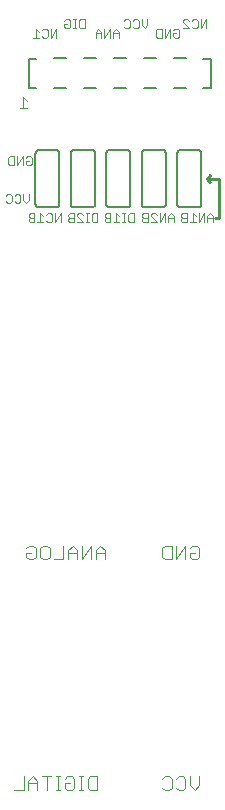
<source format=gbo>
G75*
%MOIN*%
%OFA0B0*%
%FSLAX24Y24*%
%IPPOS*%
%LPD*%
%AMOC8*
5,1,8,0,0,1.08239X$1,22.5*
%
%ADD10C,0.0030*%
%ADD11C,0.0100*%
%ADD12C,0.0040*%
%ADD13C,0.0070*%
%ADD14C,0.0060*%
D10*
X003937Y020081D02*
X004082Y020081D01*
X004082Y020371D01*
X003937Y020371D01*
X003888Y020323D01*
X003888Y020275D01*
X003937Y020226D01*
X004082Y020226D01*
X003937Y020226D02*
X003888Y020178D01*
X003888Y020130D01*
X003937Y020081D01*
X004183Y020081D02*
X004376Y020081D01*
X004280Y020081D02*
X004280Y020371D01*
X004376Y020275D01*
X004478Y020323D02*
X004526Y020371D01*
X004623Y020371D01*
X004671Y020323D01*
X004671Y020130D01*
X004623Y020081D01*
X004526Y020081D01*
X004478Y020130D01*
X004772Y020081D02*
X004772Y020371D01*
X004966Y020371D02*
X004772Y020081D01*
X004966Y020081D02*
X004966Y020371D01*
X005207Y020323D02*
X005207Y020275D01*
X005255Y020226D01*
X005400Y020226D01*
X005502Y020275D02*
X005502Y020323D01*
X005550Y020371D01*
X005647Y020371D01*
X005695Y020323D01*
X005795Y020371D02*
X005892Y020371D01*
X005843Y020371D02*
X005843Y020081D01*
X005795Y020081D02*
X005892Y020081D01*
X005993Y020130D02*
X005993Y020323D01*
X006041Y020371D01*
X006186Y020371D01*
X006186Y020081D01*
X006041Y020081D01*
X005993Y020130D01*
X005695Y020081D02*
X005502Y020275D01*
X005400Y020371D02*
X005255Y020371D01*
X005207Y020323D01*
X005255Y020226D02*
X005207Y020178D01*
X005207Y020130D01*
X005255Y020081D01*
X005400Y020081D01*
X005400Y020371D01*
X005502Y020081D02*
X005695Y020081D01*
X006427Y020130D02*
X006476Y020081D01*
X006621Y020081D01*
X006621Y020371D01*
X006476Y020371D01*
X006427Y020323D01*
X006427Y020275D01*
X006476Y020226D01*
X006621Y020226D01*
X006722Y020081D02*
X006916Y020081D01*
X006819Y020081D02*
X006819Y020371D01*
X006916Y020275D01*
X007015Y020371D02*
X007112Y020371D01*
X007064Y020371D02*
X007064Y020081D01*
X007112Y020081D02*
X007015Y020081D01*
X007213Y020130D02*
X007213Y020323D01*
X007262Y020371D01*
X007407Y020371D01*
X007407Y020081D01*
X007262Y020081D01*
X007213Y020130D01*
X007668Y020130D02*
X007716Y020081D01*
X007861Y020081D01*
X007861Y020371D01*
X007716Y020371D01*
X007668Y020323D01*
X007668Y020275D01*
X007716Y020226D01*
X007861Y020226D01*
X007962Y020275D02*
X007962Y020323D01*
X008011Y020371D01*
X008108Y020371D01*
X008156Y020323D01*
X008257Y020371D02*
X008257Y020081D01*
X008451Y020371D01*
X008451Y020081D01*
X008552Y020081D02*
X008552Y020275D01*
X008648Y020371D01*
X008745Y020275D01*
X008745Y020081D01*
X008745Y020226D02*
X008552Y020226D01*
X008967Y020178D02*
X008967Y020130D01*
X009015Y020081D01*
X009160Y020081D01*
X009160Y020371D01*
X009015Y020371D01*
X008967Y020323D01*
X008967Y020275D01*
X009015Y020226D01*
X009160Y020226D01*
X009015Y020226D02*
X008967Y020178D01*
X009262Y020081D02*
X009455Y020081D01*
X009358Y020081D02*
X009358Y020371D01*
X009455Y020275D01*
X009556Y020371D02*
X009556Y020081D01*
X009750Y020371D01*
X009750Y020081D01*
X009851Y020081D02*
X009851Y020275D01*
X009948Y020371D01*
X010044Y020275D01*
X010044Y020081D01*
X010044Y020226D02*
X009851Y020226D01*
X008156Y020081D02*
X007962Y020275D01*
X007962Y020081D02*
X008156Y020081D01*
X007716Y020226D02*
X007668Y020178D01*
X007668Y020130D01*
X006476Y020226D02*
X006427Y020178D01*
X006427Y020130D01*
X003993Y022024D02*
X003945Y021976D01*
X003848Y021976D01*
X003800Y022024D01*
X003800Y022121D01*
X003897Y022121D01*
X003993Y022218D02*
X003993Y022024D01*
X003993Y022218D02*
X003945Y022266D01*
X003848Y022266D01*
X003800Y022218D01*
X003699Y022266D02*
X003505Y021976D01*
X003505Y022266D01*
X003404Y022266D02*
X003259Y022266D01*
X003210Y022218D01*
X003210Y022024D01*
X003259Y021976D01*
X003404Y021976D01*
X003404Y022266D01*
X003699Y022266D02*
X003699Y021976D01*
X003721Y021006D02*
X003721Y020813D01*
X003818Y020716D01*
X003915Y020813D01*
X003915Y021006D01*
X003620Y020958D02*
X003620Y020765D01*
X003572Y020716D01*
X003475Y020716D01*
X003426Y020765D01*
X003325Y020765D02*
X003325Y020958D01*
X003277Y021006D01*
X003180Y021006D01*
X003132Y020958D01*
X003132Y020765D02*
X003180Y020716D01*
X003277Y020716D01*
X003325Y020765D01*
X003426Y020958D02*
X003475Y021006D01*
X003572Y021006D01*
X003620Y020958D01*
X003589Y023866D02*
X003836Y023866D01*
X003712Y023866D02*
X003712Y024236D01*
X003836Y024113D01*
X004037Y026228D02*
X004231Y026228D01*
X004134Y026228D02*
X004134Y026518D01*
X004231Y026421D01*
X004332Y026470D02*
X004380Y026518D01*
X004477Y026518D01*
X004525Y026470D01*
X004525Y026276D01*
X004477Y026228D01*
X004380Y026228D01*
X004332Y026276D01*
X004627Y026228D02*
X004627Y026518D01*
X004820Y026518D02*
X004627Y026228D01*
X004820Y026228D02*
X004820Y026518D01*
X005080Y026591D02*
X005080Y026688D01*
X005177Y026688D01*
X005080Y026591D02*
X005129Y026543D01*
X005225Y026543D01*
X005274Y026591D01*
X005274Y026785D01*
X005225Y026833D01*
X005129Y026833D01*
X005080Y026785D01*
X005374Y026833D02*
X005470Y026833D01*
X005422Y026833D02*
X005422Y026543D01*
X005470Y026543D02*
X005374Y026543D01*
X005571Y026591D02*
X005571Y026785D01*
X005620Y026833D01*
X005765Y026833D01*
X005765Y026543D01*
X005620Y026543D01*
X005571Y026591D01*
X006124Y026421D02*
X006124Y026228D01*
X006124Y026373D02*
X006317Y026373D01*
X006317Y026421D02*
X006221Y026518D01*
X006124Y026421D01*
X006317Y026421D02*
X006317Y026228D01*
X006419Y026228D02*
X006419Y026518D01*
X006612Y026518D02*
X006419Y026228D01*
X006612Y026228D02*
X006612Y026518D01*
X006713Y026421D02*
X006713Y026228D01*
X006713Y026373D02*
X006907Y026373D01*
X006907Y026421D02*
X006810Y026518D01*
X006713Y026421D01*
X006907Y026421D02*
X006907Y026228D01*
X007117Y026543D02*
X007069Y026591D01*
X007117Y026543D02*
X007214Y026543D01*
X007262Y026591D01*
X007262Y026785D01*
X007214Y026833D01*
X007117Y026833D01*
X007069Y026785D01*
X007363Y026785D02*
X007412Y026833D01*
X007509Y026833D01*
X007557Y026785D01*
X007557Y026591D01*
X007509Y026543D01*
X007412Y026543D01*
X007363Y026591D01*
X007658Y026640D02*
X007658Y026833D01*
X007658Y026640D02*
X007755Y026543D01*
X007852Y026640D01*
X007852Y026833D01*
X008180Y026518D02*
X008132Y026470D01*
X008132Y026276D01*
X008180Y026228D01*
X008325Y026228D01*
X008325Y026518D01*
X008180Y026518D01*
X008426Y026518D02*
X008426Y026228D01*
X008620Y026518D01*
X008620Y026228D01*
X008721Y026276D02*
X008721Y026373D01*
X008818Y026373D01*
X008915Y026276D02*
X008866Y026228D01*
X008769Y026228D01*
X008721Y026276D01*
X008721Y026470D02*
X008769Y026518D01*
X008866Y026518D01*
X008915Y026470D01*
X008915Y026276D01*
X009037Y026543D02*
X009231Y026543D01*
X009037Y026736D01*
X009037Y026785D01*
X009086Y026833D01*
X009182Y026833D01*
X009231Y026785D01*
X009332Y026785D02*
X009380Y026833D01*
X009477Y026833D01*
X009525Y026785D01*
X009525Y026591D01*
X009477Y026543D01*
X009380Y026543D01*
X009332Y026591D01*
X009627Y026543D02*
X009627Y026833D01*
X009820Y026833D02*
X009627Y026543D01*
X009820Y026543D02*
X009820Y026833D01*
D11*
X009953Y021646D02*
X009835Y021528D01*
X009953Y021410D01*
X009835Y021528D02*
X010229Y021528D01*
X010229Y020229D01*
X010111Y020229D01*
D12*
X003724Y001144D02*
X003417Y001144D01*
X003724Y001144D02*
X003724Y001605D01*
X003877Y001451D02*
X003877Y001144D01*
X003877Y001375D02*
X004184Y001375D01*
X004184Y001451D02*
X004031Y001605D01*
X003877Y001451D01*
X004184Y001451D02*
X004184Y001144D01*
X004491Y001144D02*
X004491Y001605D01*
X004338Y001605D02*
X004645Y001605D01*
X004798Y001605D02*
X004951Y001605D01*
X004875Y001605D02*
X004875Y001144D01*
X004951Y001144D02*
X004798Y001144D01*
X005105Y001221D02*
X005182Y001144D01*
X005335Y001144D01*
X005412Y001221D01*
X005412Y001528D01*
X005335Y001605D01*
X005182Y001605D01*
X005105Y001528D01*
X005105Y001375D02*
X005258Y001375D01*
X005105Y001375D02*
X005105Y001221D01*
X005565Y001144D02*
X005719Y001144D01*
X005642Y001144D02*
X005642Y001605D01*
X005719Y001605D02*
X005565Y001605D01*
X005872Y001528D02*
X005872Y001221D01*
X005949Y001144D01*
X006179Y001144D01*
X006179Y001605D01*
X005949Y001605D01*
X005872Y001528D01*
X008351Y001528D02*
X008428Y001605D01*
X008581Y001605D01*
X008658Y001528D01*
X008658Y001221D01*
X008581Y001144D01*
X008428Y001144D01*
X008351Y001221D01*
X008811Y001221D02*
X008888Y001144D01*
X009042Y001144D01*
X009118Y001221D01*
X009118Y001528D01*
X009042Y001605D01*
X008888Y001605D01*
X008811Y001528D01*
X009272Y001605D02*
X009272Y001298D01*
X009425Y001144D01*
X009579Y001298D01*
X009579Y001605D01*
X009502Y008831D02*
X009349Y008831D01*
X009272Y008908D01*
X009272Y009062D01*
X009425Y009062D01*
X009272Y009215D02*
X009349Y009292D01*
X009502Y009292D01*
X009579Y009215D01*
X009579Y008908D01*
X009502Y008831D01*
X009118Y008831D02*
X009118Y009292D01*
X008811Y008831D01*
X008811Y009292D01*
X008658Y009292D02*
X008658Y008831D01*
X008428Y008831D01*
X008351Y008908D01*
X008351Y009215D01*
X008428Y009292D01*
X008658Y009292D01*
X006429Y009138D02*
X006429Y008831D01*
X006429Y009062D02*
X006122Y009062D01*
X006122Y009138D02*
X006122Y008831D01*
X005969Y008831D02*
X005969Y009292D01*
X005662Y008831D01*
X005662Y009292D01*
X005508Y009138D02*
X005508Y008831D01*
X005508Y009062D02*
X005201Y009062D01*
X005201Y009138D02*
X005201Y008831D01*
X005048Y008831D02*
X005048Y009292D01*
X005201Y009138D02*
X005355Y009292D01*
X005508Y009138D01*
X005048Y008831D02*
X004741Y008831D01*
X004588Y008908D02*
X004588Y009215D01*
X004511Y009292D01*
X004357Y009292D01*
X004281Y009215D01*
X004281Y008908D01*
X004357Y008831D01*
X004511Y008831D01*
X004588Y008908D01*
X004127Y008908D02*
X004051Y008831D01*
X003897Y008831D01*
X003820Y008908D01*
X003820Y009062D01*
X003974Y009062D01*
X004127Y009215D02*
X004051Y009292D01*
X003897Y009292D01*
X003820Y009215D01*
X004127Y009215D02*
X004127Y008908D01*
X006122Y009138D02*
X006276Y009292D01*
X006429Y009138D01*
D13*
X006131Y024540D02*
X005752Y024540D01*
X005752Y025540D02*
X006131Y025540D01*
X006752Y025540D02*
X007131Y025540D01*
X007131Y024540D02*
X006752Y024540D01*
X007752Y024540D02*
X008131Y024540D01*
X008131Y025540D02*
X007752Y025540D01*
X008752Y025540D02*
X009131Y025540D01*
X009131Y024540D02*
X008752Y024540D01*
X009717Y024540D02*
X009981Y024540D01*
X009981Y025524D01*
X009717Y025524D01*
X005131Y025540D02*
X004752Y025540D01*
X004752Y024540D02*
X005131Y024540D01*
X004154Y024540D02*
X003902Y024540D01*
X003902Y025524D01*
X004154Y025524D01*
D14*
X004220Y022478D02*
X004820Y022478D01*
X004837Y022476D01*
X004854Y022472D01*
X004870Y022465D01*
X004884Y022455D01*
X004897Y022442D01*
X004907Y022428D01*
X004914Y022412D01*
X004918Y022395D01*
X004920Y022378D01*
X004920Y020678D01*
X004918Y020661D01*
X004914Y020644D01*
X004907Y020628D01*
X004897Y020614D01*
X004884Y020601D01*
X004870Y020591D01*
X004854Y020584D01*
X004837Y020580D01*
X004820Y020578D01*
X004220Y020578D01*
X004203Y020580D01*
X004186Y020584D01*
X004170Y020591D01*
X004156Y020601D01*
X004143Y020614D01*
X004133Y020628D01*
X004126Y020644D01*
X004122Y020661D01*
X004120Y020678D01*
X004120Y022378D01*
X004122Y022395D01*
X004126Y022412D01*
X004133Y022428D01*
X004143Y022442D01*
X004156Y022455D01*
X004170Y022465D01*
X004186Y022472D01*
X004203Y022476D01*
X004220Y022478D01*
X005301Y022378D02*
X005301Y020678D01*
X005303Y020661D01*
X005307Y020644D01*
X005314Y020628D01*
X005324Y020614D01*
X005337Y020601D01*
X005351Y020591D01*
X005367Y020584D01*
X005384Y020580D01*
X005401Y020578D01*
X006001Y020578D01*
X006018Y020580D01*
X006035Y020584D01*
X006051Y020591D01*
X006065Y020601D01*
X006078Y020614D01*
X006088Y020628D01*
X006095Y020644D01*
X006099Y020661D01*
X006101Y020678D01*
X006101Y022378D01*
X006099Y022395D01*
X006095Y022412D01*
X006088Y022428D01*
X006078Y022442D01*
X006065Y022455D01*
X006051Y022465D01*
X006035Y022472D01*
X006018Y022476D01*
X006001Y022478D01*
X005401Y022478D01*
X005384Y022476D01*
X005367Y022472D01*
X005351Y022465D01*
X005337Y022455D01*
X005324Y022442D01*
X005314Y022428D01*
X005307Y022412D01*
X005303Y022395D01*
X005301Y022378D01*
X006482Y022378D02*
X006482Y020678D01*
X006484Y020661D01*
X006488Y020644D01*
X006495Y020628D01*
X006505Y020614D01*
X006518Y020601D01*
X006532Y020591D01*
X006548Y020584D01*
X006565Y020580D01*
X006582Y020578D01*
X007182Y020578D01*
X007199Y020580D01*
X007216Y020584D01*
X007232Y020591D01*
X007246Y020601D01*
X007259Y020614D01*
X007269Y020628D01*
X007276Y020644D01*
X007280Y020661D01*
X007282Y020678D01*
X007282Y022378D01*
X007280Y022395D01*
X007276Y022412D01*
X007269Y022428D01*
X007259Y022442D01*
X007246Y022455D01*
X007232Y022465D01*
X007216Y022472D01*
X007199Y022476D01*
X007182Y022478D01*
X006582Y022478D01*
X006565Y022476D01*
X006548Y022472D01*
X006532Y022465D01*
X006518Y022455D01*
X006505Y022442D01*
X006495Y022428D01*
X006488Y022412D01*
X006484Y022395D01*
X006482Y022378D01*
X007663Y022378D02*
X007663Y020678D01*
X007665Y020661D01*
X007669Y020644D01*
X007676Y020628D01*
X007686Y020614D01*
X007699Y020601D01*
X007713Y020591D01*
X007729Y020584D01*
X007746Y020580D01*
X007763Y020578D01*
X008363Y020578D01*
X008380Y020580D01*
X008397Y020584D01*
X008413Y020591D01*
X008427Y020601D01*
X008440Y020614D01*
X008450Y020628D01*
X008457Y020644D01*
X008461Y020661D01*
X008463Y020678D01*
X008463Y022378D01*
X008461Y022395D01*
X008457Y022412D01*
X008450Y022428D01*
X008440Y022442D01*
X008427Y022455D01*
X008413Y022465D01*
X008397Y022472D01*
X008380Y022476D01*
X008363Y022478D01*
X007763Y022478D01*
X007746Y022476D01*
X007729Y022472D01*
X007713Y022465D01*
X007699Y022455D01*
X007686Y022442D01*
X007676Y022428D01*
X007669Y022412D01*
X007665Y022395D01*
X007663Y022378D01*
X008844Y022378D02*
X008844Y020678D01*
X008846Y020661D01*
X008850Y020644D01*
X008857Y020628D01*
X008867Y020614D01*
X008880Y020601D01*
X008894Y020591D01*
X008910Y020584D01*
X008927Y020580D01*
X008944Y020578D01*
X009544Y020578D01*
X009561Y020580D01*
X009578Y020584D01*
X009594Y020591D01*
X009608Y020601D01*
X009621Y020614D01*
X009631Y020628D01*
X009638Y020644D01*
X009642Y020661D01*
X009644Y020678D01*
X009644Y022378D01*
X009642Y022395D01*
X009638Y022412D01*
X009631Y022428D01*
X009621Y022442D01*
X009608Y022455D01*
X009594Y022465D01*
X009578Y022472D01*
X009561Y022476D01*
X009544Y022478D01*
X008944Y022478D01*
X008927Y022476D01*
X008910Y022472D01*
X008894Y022465D01*
X008880Y022455D01*
X008867Y022442D01*
X008857Y022428D01*
X008850Y022412D01*
X008846Y022395D01*
X008844Y022378D01*
M02*

</source>
